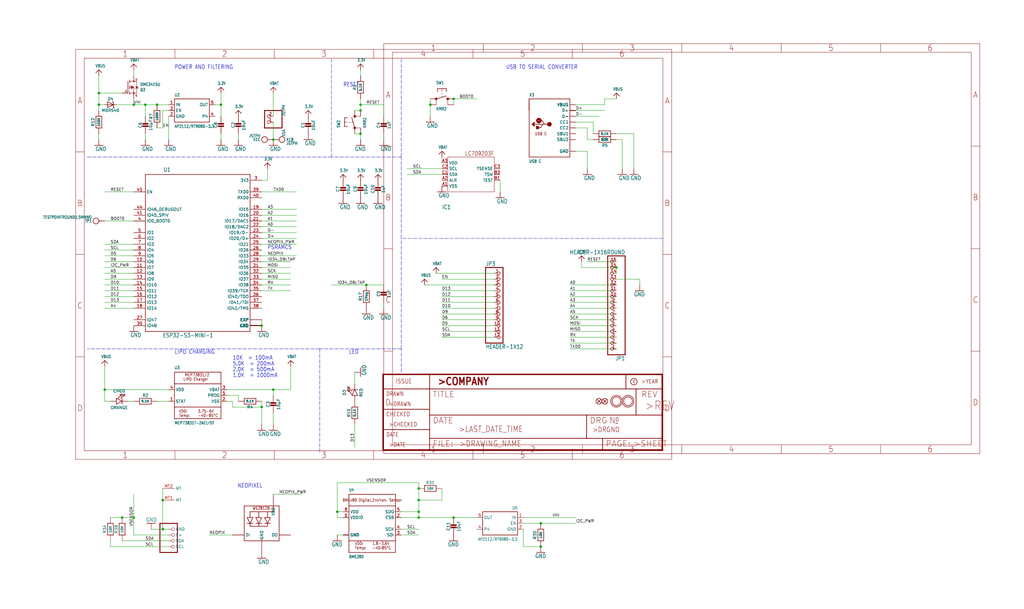
<source format=kicad_sch>
(kicad_sch (version 20211123) (generator eeschema)
  (paper "User" 447.269 265.938)
  (junction (at 114.3 177.8))
  (junction (at 71.12 231.14))
  (junction (at 198.12 43.18))
  (junction (at 157.48 58.42))
  (junction (at 71.12 218.44))
  (junction (at 119.38 60.96))
  (junction (at 43.18 45.72))
  (junction (at 58.42 45.72))
  (junction (at 182.88 218.44))
  (junction (at 160.02 124.46))
  (junction (at 236.22 238.76))
  (junction (at 119.38 170.18))
  (junction (at 182.88 223.52))
  (junction (at 43.18 40.64))
  (junction (at 182.88 213.36))
  (junction (at 58.42 226.06))
  (junction (at 182.88 226.06))
  (junction (at 236.22 228.6))
  (junction (at 157.48 45.72))
  (junction (at 157.48 48.26))
  (junction (at 45.72 170.18))
  (junction (at 147.32 223.52))
  (junction (at 53.34 226.06))
  (junction (at 269.24 116.84))
  (junction (at 187.96 45.72))
  (junction (at 114.3 142.24))
  (junction (at 96.52 45.72))
  (junction (at 68.58 45.72))
  (junction (at 198.12 226.06))
  (junction (at 63.5 45.72))
  (wire (pts (xy 182.88 213.36) (xy 182.88 218.44)))
  (wire (pts (xy 193.04 139.7) (xy 215.9 139.7)))
  (wire (pts (xy 154.94 185.42) (xy 154.94 195.58)))
  (wire (pts (xy 96.52 45.72) (xy 96.52 40.64)))
  (wire (pts (xy 254 114.3) (xy 254 116.84)))
  (wire (pts (xy 45.72 160.02) (xy 45.72 170.18)))
  (wire (pts (xy 256.54 66.04) (xy 251.46 66.04)))
  (polyline (pts (xy 175.26 152.4) (xy 175.26 104.14)))
  (wire (pts (xy 215.9 142.24) (xy 193.04 142.24)))
  (wire (pts (xy 58.42 121.92) (xy 45.72 121.92)))
  (wire (pts (xy 167.64 124.46) (xy 160.02 124.46)))
  (wire (pts (xy 73.66 45.72) (xy 68.58 45.72)))
  (wire (pts (xy 269.24 58.42) (xy 276.86 58.42)))
  (wire (pts (xy 114.3 119.38) (xy 127 119.38)))
  (wire (pts (xy 269.24 142.24) (xy 248.92 142.24)))
  (wire (pts (xy 215.9 144.78) (xy 193.04 144.78)))
  (wire (pts (xy 68.58 55.88) (xy 71.12 55.88)))
  (wire (pts (xy 104.14 58.42) (xy 104.14 60.96)))
  (wire (pts (xy 149.86 223.52) (xy 147.32 223.52)))
  (polyline (pts (xy 139.7 152.4) (xy 38.1 152.4)))
  (wire (pts (xy 236.22 228.6) (xy 228.6 228.6)))
  (wire (pts (xy 114.3 96.52) (xy 129.54 96.52)))
  (wire (pts (xy 104.14 172.72) (xy 104.14 175.26)))
  (wire (pts (xy 58.42 116.84) (xy 45.72 116.84)))
  (wire (pts (xy 68.58 175.26) (xy 73.66 175.26)))
  (wire (pts (xy 119.38 215.9) (xy 132.08 215.9)))
  (wire (pts (xy 71.12 48.26) (xy 73.66 48.26)))
  (wire (pts (xy 58.42 226.06) (xy 58.42 215.9)))
  (wire (pts (xy 114.3 104.14) (xy 129.54 104.14)))
  (wire (pts (xy 114.3 111.76) (xy 129.54 111.76)))
  (wire (pts (xy 269.24 114.3) (xy 256.54 114.3)))
  (wire (pts (xy 198.12 43.18) (xy 208.28 43.18)))
  (wire (pts (xy 175.26 223.52) (xy 182.88 223.52)))
  (wire (pts (xy 193.04 73.66) (xy 177.8 73.66)))
  (wire (pts (xy 264.16 45.72) (xy 264.16 43.18)))
  (wire (pts (xy 167.64 50.8) (xy 167.64 45.72)))
  (wire (pts (xy 256.54 66.04) (xy 256.54 73.66)))
  (wire (pts (xy 43.18 48.26) (xy 43.18 45.72)))
  (wire (pts (xy 187.96 45.72) (xy 187.96 50.8)))
  (wire (pts (xy 58.42 132.08) (xy 45.72 132.08)))
  (polyline (pts (xy 175.26 162.56) (xy 175.26 152.4)))
  (wire (pts (xy 43.18 40.64) (xy 43.18 33.02)))
  (polyline (pts (xy 175.26 104.14) (xy 175.26 68.58)))
  (wire (pts (xy 114.3 83.82) (xy 129.54 83.82)))
  (wire (pts (xy 251.46 55.88) (xy 256.54 55.88)))
  (wire (pts (xy 71.12 213.36) (xy 71.12 218.44)))
  (wire (pts (xy 193.04 213.36) (xy 193.04 218.44)))
  (wire (pts (xy 71.12 231.14) (xy 73.66 231.14)))
  (wire (pts (xy 228.6 238.76) (xy 236.22 238.76)))
  (wire (pts (xy 101.6 175.26) (xy 101.6 177.8)))
  (wire (pts (xy 127 160.02) (xy 127 170.18)))
  (polyline (pts (xy 175.26 68.58) (xy 144.78 68.58)))
  (wire (pts (xy 71.12 55.88) (xy 71.12 48.26)))
  (wire (pts (xy 58.42 109.22) (xy 45.72 109.22)))
  (wire (pts (xy 215.9 132.08) (xy 193.04 132.08)))
  (wire (pts (xy 160.02 124.46) (xy 144.78 124.46)))
  (wire (pts (xy 58.42 119.38) (xy 45.72 119.38)))
  (wire (pts (xy 208.28 226.06) (xy 198.12 226.06)))
  (wire (pts (xy 119.38 170.18) (xy 127 170.18)))
  (wire (pts (xy 50.8 45.72) (xy 58.42 45.72)))
  (wire (pts (xy 248.92 132.08) (xy 269.24 132.08)))
  (wire (pts (xy 96.52 50.8) (xy 96.52 45.72)))
  (wire (pts (xy 215.9 127) (xy 193.04 127)))
  (wire (pts (xy 269.24 139.7) (xy 248.92 139.7)))
  (wire (pts (xy 114.3 78.74) (xy 116.84 78.74)))
  (wire (pts (xy 251.46 226.06) (xy 228.6 226.06)))
  (wire (pts (xy 58.42 83.82) (xy 45.72 83.82)))
  (wire (pts (xy 101.6 177.8) (xy 114.3 177.8)))
  (wire (pts (xy 48.26 175.26) (xy 45.72 175.26)))
  (wire (pts (xy 175.26 233.68) (xy 182.88 233.68)))
  (wire (pts (xy 114.3 175.26) (xy 114.3 177.8)))
  (polyline (pts (xy 175.26 68.58) (xy 175.26 25.4)))
  (wire (pts (xy 271.78 60.96) (xy 271.78 73.66)))
  (wire (pts (xy 276.86 58.42) (xy 276.86 73.66)))
  (wire (pts (xy 251.46 53.34) (xy 259.08 53.34)))
  (wire (pts (xy 43.18 45.72) (xy 43.18 40.64)))
  (wire (pts (xy 228.6 231.14) (xy 228.6 238.76)))
  (wire (pts (xy 114.3 106.68) (xy 129.54 106.68)))
  (wire (pts (xy 167.64 60.96) (xy 167.64 58.42)))
  (wire (pts (xy 93.98 45.72) (xy 96.52 45.72)))
  (wire (pts (xy 157.48 58.42) (xy 157.48 60.96)))
  (wire (pts (xy 68.58 45.72) (xy 63.5 45.72)))
  (wire (pts (xy 256.54 60.96) (xy 259.08 60.96)))
  (polyline (pts (xy 139.7 152.4) (xy 139.7 198.12)))
  (polyline (pts (xy 144.78 68.58) (xy 144.78 25.4)))
  (wire (pts (xy 73.66 236.22) (xy 53.34 236.22)))
  (wire (pts (xy 187.96 43.18) (xy 187.96 45.72)))
  (wire (pts (xy 193.04 218.44) (xy 182.88 218.44)))
  (wire (pts (xy 193.04 129.54) (xy 215.9 129.54)))
  (wire (pts (xy 259.08 53.34) (xy 259.08 58.42)))
  (wire (pts (xy 248.92 144.78) (xy 269.24 144.78)))
  (wire (pts (xy 114.3 177.8) (xy 114.3 185.42)))
  (wire (pts (xy 154.94 167.64) (xy 154.94 162.56)))
  (wire (pts (xy 48.26 238.76) (xy 48.26 236.22)))
  (wire (pts (xy 96.52 58.42) (xy 96.52 60.96)))
  (polyline (pts (xy 38.1 68.58) (xy 144.78 68.58)))
  (wire (pts (xy 53.34 226.06) (xy 58.42 226.06)))
  (wire (pts (xy 198.12 43.18) (xy 198.12 45.72)))
  (wire (pts (xy 182.88 210.82) (xy 182.88 213.36)))
  (wire (pts (xy 114.3 99.06) (xy 129.54 99.06)))
  (wire (pts (xy 101.6 233.68) (xy 91.44 233.68)))
  (wire (pts (xy 114.3 93.98) (xy 129.54 93.98)))
  (wire (pts (xy 55.88 175.26) (xy 58.42 175.26)))
  (wire (pts (xy 45.72 114.3) (xy 58.42 114.3)))
  (wire (pts (xy 167.64 134.62) (xy 167.64 132.08)))
  (wire (pts (xy 45.72 175.26) (xy 45.72 170.18)))
  (wire (pts (xy 182.88 218.44) (xy 182.88 223.52)))
  (wire (pts (xy 114.3 121.92) (xy 127 121.92)))
  (wire (pts (xy 99.06 170.18) (xy 119.38 170.18)))
  (wire (pts (xy 58.42 233.68) (xy 73.66 233.68)))
  (wire (pts (xy 149.86 226.06) (xy 147.32 226.06)))
  (wire (pts (xy 73.66 238.76) (xy 48.26 238.76)))
  (polyline (pts (xy 175.26 152.4) (xy 139.7 152.4)))
  (wire (pts (xy 177.8 76.2) (xy 193.04 76.2)))
  (wire (pts (xy 45.72 106.68) (xy 58.42 106.68)))
  (wire (pts (xy 269.24 134.62) (xy 248.92 134.62)))
  (wire (pts (xy 269.24 60.96) (xy 271.78 60.96)))
  (wire (pts (xy 279.4 121.92) (xy 279.4 124.46)))
  (wire (pts (xy 99.06 175.26) (xy 101.6 175.26)))
  (wire (pts (xy 269.24 147.32) (xy 248.92 147.32)))
  (wire (pts (xy 147.32 226.06) (xy 147.32 223.52)))
  (wire (pts (xy 58.42 134.62) (xy 45.72 134.62)))
  (wire (pts (xy 251.46 48.26) (xy 264.16 48.26)))
  (wire (pts (xy 71.12 218.44) (xy 71.12 231.14)))
  (wire (pts (xy 58.42 233.68) (xy 58.42 226.06)))
  (wire (pts (xy 182.88 226.06) (xy 198.12 226.06)))
  (wire (pts (xy 114.3 91.44) (xy 129.54 91.44)))
  (wire (pts (xy 63.5 58.42) (xy 63.5 60.96)))
  (wire (pts (xy 269.24 121.92) (xy 279.4 121.92)))
  (wire (pts (xy 71.12 231.14) (xy 66.04 231.14)))
  (wire (pts (xy 157.48 45.72) (xy 167.64 45.72)))
  (wire (pts (xy 147.32 223.52) (xy 147.32 210.82)))
  (wire (pts (xy 157.48 48.26) (xy 154.94 48.26)))
  (wire (pts (xy 99.06 172.72) (xy 104.14 172.72)))
  (wire (pts (xy 45.72 129.54) (xy 58.42 129.54)))
  (wire (pts (xy 119.38 60.96) (xy 119.38 53.34)))
  (wire (pts (xy 48.26 226.06) (xy 53.34 226.06)))
  (wire (pts (xy 269.24 127) (xy 248.92 127)))
  (wire (pts (xy 193.04 121.92) (xy 215.9 121.92)))
  (wire (pts (xy 45.72 124.46) (xy 58.42 124.46)))
  (wire (pts (xy 248.92 149.86) (xy 269.24 149.86)))
  (wire (pts (xy 175.26 231.14) (xy 182.88 231.14)))
  (wire (pts (xy 53.34 40.64) (xy 43.18 40.64)))
  (wire (pts (xy 73.66 50.8) (xy 73.66 60.96)))
  (wire (pts (xy 58.42 96.52) (xy 45.72 96.52)))
  (wire (pts (xy 193.04 137.16) (xy 215.9 137.16)))
  (wire (pts (xy 157.48 45.72) (xy 157.48 48.26)))
  (wire (pts (xy 157.48 43.18) (xy 157.48 45.72)))
  (wire (pts (xy 218.44 83.82) (xy 218.44 78.74)))
  (wire (pts (xy 147.32 233.68) (xy 149.86 233.68)))
  (wire (pts (xy 193.04 147.32) (xy 215.9 147.32)))
  (wire (pts (xy 264.16 43.18) (xy 269.24 43.18)))
  (wire (pts (xy 45.72 170.18) (xy 73.66 170.18)))
  (wire (pts (xy 58.42 45.72) (xy 63.5 45.72)))
  (wire (pts (xy 45.72 45.72) (xy 43.18 45.72)))
  (wire (pts (xy 114.3 101.6) (xy 129.54 101.6)))
  (wire (pts (xy 251.46 50.8) (xy 261.62 50.8)))
  (wire (pts (xy 269.24 119.38) (xy 269.24 116.84)))
  (wire (pts (xy 190.5 119.38) (xy 215.9 119.38)))
  (wire (pts (xy 58.42 127) (xy 45.72 127)))
  (wire (pts (xy 43.18 60.96) (xy 43.18 58.42)))
  (wire (pts (xy 119.38 40.64) (xy 119.38 50.8)))
  (wire (pts (xy 58.42 111.76) (xy 45.72 111.76)))
  (wire (pts (xy 256.54 55.88) (xy 256.54 60.96)))
  (wire (pts (xy 269.24 137.16) (xy 248.92 137.16)))
  (wire (pts (xy 251.46 45.72) (xy 264.16 45.72)))
  (wire (pts (xy 119.38 180.34) (xy 119.38 185.42)))
  (wire (pts (xy 116.84 78.74) (xy 116.84 73.66)))
  (wire (pts (xy 215.9 124.46) (xy 185.42 124.46)))
  (wire (pts (xy 114.3 116.84) (xy 127 116.84)))
  (wire (pts (xy 236.22 228.6) (xy 251.46 228.6)))
  (wire (pts (xy 182.88 223.52) (xy 182.88 226.06)))
  (wire (pts (xy 269.24 124.46) (xy 248.92 124.46)))
  (wire (pts (xy 127 127) (xy 114.3 127)))
  (wire (pts (xy 193.04 134.62) (xy 215.9 134.62)))
  (wire (pts (xy 114.3 124.46) (xy 127 124.46)))
  (wire (pts (xy 58.42 30.48) (xy 58.42 33.02)))
  (wire (pts (xy 147.32 210.82) (xy 182.88 210.82)))
  (wire (pts (xy 114.3 114.3) (xy 127 114.3)))
  (wire (pts (xy 269.24 129.54) (xy 248.92 129.54)))
  (wire (pts (xy 114.3 139.7) (xy 114.3 142.24)))
  (wire (pts (xy 63.5 45.72) (xy 63.5 50.8)))
  (wire (pts (xy 193.04 68.58) (xy 193.04 71.12)))
  (wire (pts (xy 254 116.84) (xy 269.24 116.84)))
  (wire (pts (xy 119.38 172.72) (xy 119.38 170.18)))
  (wire (pts (xy 175.26 226.06) (xy 182.88 226.06)))
  (wire (pts (xy 58.42 43.18) (xy 58.42 45.72)))
  (polyline (pts (xy 289.56 104.14) (xy 175.26 104.14)))
  (wire (pts (xy 269.24 152.4) (xy 248.92 152.4)))
  (wire (pts (xy 157.48 30.48) (xy 157.48 33.02)))
  (wire (pts (xy 154.94 58.42) (xy 157.48 58.42)))
  (text "POWER AND FILTERING" (at 76.2 30.48 180) (effects (font (size 1.778 1.5113)) (justify left bottom)))
  (text "2.0K  = 500mA" (at 101.6 162.56 180) (effects (font (size 1.778 1.5113)) (justify left bottom)))
  (text "NEOPIXEL" (at 109.22 213.36 180) (effects (font (size 1.778 1.5113)) (justify bottom)))
  (text "RESET" (at 149.86 38.1 180) (effects (font (size 1.778 1.5113)) (justify left bottom)))
  (text "LIPO CHARGING" (at 76.2 154.94 180) (effects (font (size 1.778 1.5113)) (justify left bottom)))
  (text "5.0K  = 200mA" (at 101.6 160.02 180) (effects (font (size 1.778 1.5113)) (justify left bottom)))
  (text "10K  = 100mA" (at 101.6 157.48 180) (effects (font (size 1.778 1.5113)) (justify left bottom)))
  (text "1.0K  = 1000mA" (at 101.6 165.1 180) (effects (font (size 1.778 1.5113)) (justify left bottom)))
  (text "PSRAMCS" (at 116.84 109.22 180) (effects (font (size 1.778 1.5113)) (justify left bottom)))
  (text "LED" (at 152.4 154.94 180) (effects (font (size 1.778 1.5113)) (justify left bottom)))
  (text "USB TO SERIAL CONVERTER" (at 220.98 30.48 180) (effects (font (size 1.778 1.5113)) (justify left bottom)))
  (label "SDA" (at 180.34 76.2 0) (effects (font (size 1.2446 1.2446))))
  (label "IO34_DBLTAP" (at 147.32 124.46 0) (effects (font (size 1.2446 1.2446))))
  (label "MISO" (at 116.84 121.92 0) (effects (font (size 1.2446 1.2446))))
  (label "BOOT0" (at 200.66 43.18 0) (effects (font (size 1.2446 1.2446))))
  (label "A5" (at 248.92 137.16 0) (effects (font (size 1.2446 1.2446))))
  (label "NEOPIX_PWR" (at 116.84 106.68 0) (effects (font (size 1.2446 1.2446))))
  (label "A2" (at 248.92 129.54 0) (effects (font (size 1.2446 1.2446))))
  (label "D9" (at 193.04 137.16 0) (effects (font (size 1.2446 1.2446))))
  (label "VSENSOR" (at 58.42 229.87 90) (effects (font (size 1.2446 1.2446))))
  (label "D12" (at 48.26 129.54 0) (effects (font (size 1.2446 1.2446))))
  (label "A3" (at 116.84 91.44 0) (effects (font (size 1.2446 1.2446))))
  (label "BOOT0" (at 48.26 96.52 0) (effects (font (size 1.2446 1.2446))))
  (label "D5" (at 193.04 142.24 0) (effects (font (size 1.2446 1.2446))))
  (label "I2C_PWR" (at 48.26 116.84 0) (effects (font (size 1.2446 1.2446))))
  (label "D5" (at 48.26 111.76 0) (effects (font (size 1.2446 1.2446))))
  (label "D-" (at 116.84 101.6 0) (effects (font (size 1.2446 1.2446))))
  (label "D6" (at 48.26 114.3 0) (effects (font (size 1.2446 1.2446))))
  (label "TX" (at 248.92 149.86 0) (effects (font (size 1.2446 1.2446))))
  (label "MISO" (at 248.92 144.78 0) (effects (font (size 1.2446 1.2446))))
  (label "RESET" (at 48.26 83.82 0) (effects (font (size 1.2446 1.2446))))
  (label "D10" (at 193.04 134.62 0) (effects (font (size 1.2446 1.2446))))
  (label "RESET" (at 256.54 114.3 0) (effects (font (size 1.2446 1.2446))))
  (label "RESET" (at 160.02 45.72 0) (effects (font (size 1.2446 1.2446))))
  (label "D6" (at 193.04 139.7 0) (effects (font (size 1.2446 1.2446))))
  (label "D+" (at 116.84 104.14 0) (effects (font (size 1.2446 1.2446))))
  (label "SDA" (at 48.26 106.68 0) (effects (font (size 1.2446 1.2446))))
  (label "A2" (at 116.84 93.98 0) (effects (font (size 1.2446 1.2446))))
  (label "D11" (at 48.26 127 0) (effects (font (size 1.2446 1.2446))))
  (label "SDA" (at 177.8 233.68 0) (effects (font (size 1.2446 1.2446))))
  (label "D13" (at 48.26 132.08 0) (effects (font (size 1.2446 1.2446))))
  (label "SCL" (at 177.8 231.14 0) (effects (font (size 1.2446 1.2446))))
  (label "NEOPIX" (at 116.84 111.76 0) (effects (font (size 1.2446 1.2446))))
  (label "A1" (at 248.92 127 0) (effects (font (size 1.2446 1.2446))))
  (label "NEOPIX_PWR" (at 121.92 215.9 0) (effects (font (size 1.2446 1.2446))))
  (label "TXD0" (at 119.38 83.82 0) (effects (font (size 1.2446 1.2446))))
  (label "VSENSOR" (at 160.02 210.82 0) (effects (font (size 1.2446 1.2446))))
  (label "SDA" (at 63.5 236.22 0) (effects (font (size 1.2446 1.2446))))
  (label "D+" (at 251.46 48.26 0) (effects (font (size 1.2446 1.2446))))
  (label "IO34_DBLTAP" (at 116.84 114.3 0) (effects (font (size 1.2446 1.2446))))
  (label "RX" (at 248.92 147.32 0) (effects (font (size 1.2446 1.2446))))
  (label "SCL" (at 193.04 144.78 0) (effects (font (size 1.2446 1.2446))))
  (label "SCK" (at 248.92 139.7 0) (effects (font (size 1.2446 1.2446))))
  (label "A5" (at 48.26 119.38 0) (effects (font (size 1.2446 1.2446))))
  (label "VHI" (at 241.3 226.06 0) (effects (font (size 1.2446 1.2446))))
  (label "A4" (at 48.26 134.62 0) (effects (font (size 1.2446 1.2446))))
  (label "NEOPIX" (at 91.44 233.68 0) (effects (font (size 1.2446 1.2446))))
  (label "A1" (at 116.84 96.52 0) (effects (font (size 1.2446 1.2446))))
  (label "TX" (at 116.84 127 0) (effects (font (size 1.2446 1.2446))))
  (label "SCL" (at 180.34 73.66 0) (effects (font (size 1.2446 1.2446))))
  (label "D9" (at 48.26 121.92 0) (effects (font (size 1.2446 1.2446))))
  (label "RX" (at 116.84 124.46 0) (effects (font (size 1.2446 1.2446))))
  (label "TXD0" (at 248.92 152.4 0) (effects (font (size 1.2446 1.2446))))
  (label "D12" (at 193.04 129.54 0) (effects (font (size 1.2446 1.2446))))
  (label "MOSI" (at 116.84 116.84 0) (effects (font (size 1.2446 1.2446))))
  (label "D11" (at 193.04 132.08 0) (effects (font (size 1.2446 1.2446))))
  (label "A0" (at 116.84 99.06 0) (effects (font (size 1.2446 1.2446))))
  (label "VHI" (at 58.42 45.72 0) (effects (font (size 1.2446 1.2446))))
  (label "MOSI" (at 248.92 142.24 0) (effects (font (size 1.2446 1.2446))))
  (label "D13" (at 193.04 127 0) (effects (font (size 1.2446 1.2446))))
  (label "SCK" (at 116.84 119.38 0) (effects (font (size 1.2446 1.2446))))
  (label "A4" (at 248.92 134.62 0) (effects (font (size 1.2446 1.2446))))
  (label "A3" (at 248.92 132.08 0) (effects (font (size 1.2446 1.2446))))
  (label "EN" (at 193.04 121.92 0) (effects (font (size 1.2446 1.2446))))
  (label "D13" (at 154.94 193.04 90) (effects (font (size 1.2446 1.2446))))
  (label "D10" (at 48.26 124.46 0) (effects (font (size 1.2446 1.2446))))
  (label "I2C_PWR" (at 251.46 228.6 0) (effects (font (size 1.2446 1.2446))))
  (label "SCL" (at 48.26 109.22 0) (effects (font (size 1.2446 1.2446))))
  (label "A0" (at 248.92 124.46 0) (effects (font (size 1.2446 1.2446))))
  (label "SDA" (at 193.04 147.32 0) (effects (font (size 1.2446 1.2446))))
  (label "EN" (at 71.12 55.88 0) (effects (font (size 1.2446 1.2446))))
  (label "SCL" (at 63.5 238.76 0) (effects (font (size 1.2446 1.2446))))
  (label "D-" (at 251.46 50.8 0) (effects (font (size 1.2446 1.2446))))
  (symbol (lib_id "eagleSchem-eagle-import:WS2812B_SK6805_1515") (at 114.3 231.14 0) (unit 1)
    (property "Reference" "LED1" (effects hide))
    (property "Value" "WS2812B_SK6805_1515" (effects hide))
    (property "Footprint" "eagleSchem:SK6805_1515" (effects hide))
  )
  (symbol (lib_id "eagleSchem-eagle-import:GND") (at 167.64 137.16 0) (unit 1)
    (property "Reference" "#U$40" (effects hide))
    (property "Value" "GND" (at 166.116 139.7 0) (effects (font (size 1.778 1.5113)) (justify left bottom)))
    (property "Footprint" "eagleSchem:" (effects hide))
  )
  (symbol (lib_id "eagleSchem-eagle-import:LED0603_NOOUTLINE") (at 53.34 175.26 0) (unit 1)
    (property "Reference" "CHG0" (at 52.07 170.815 0))
    (property "Value" "ORANGE" (at 52.07 178.054 0))
    (property "Footprint" "eagleSchem:CHIPLED_0603_NOOUTLINE" (effects hide))
  )
  (symbol (lib_id "eagleSchem-eagle-import:GND") (at 165.1 88.9 0) (unit 1)
    (property "Reference" "#U$47" (effects hide))
    (property "Value" "GND" (at 163.576 91.44 0) (effects (font (size 1.778 1.5113)) (justify left bottom)))
    (property "Footprint" "eagleSchem:" (effects hide))
  )
  (symbol (lib_id "eagleSchem-eagle-import:CAP_CERAMIC0805-NOOUTLINE") (at 119.38 177.8 0) (unit 1)
    (property "Reference" "C3" (at 117.09 176.55 90))
    (property "Value" "10µF" (at 121.68 176.55 90))
    (property "Footprint" "eagleSchem:0805-NO" (effects hide))
  )
  (symbol (lib_id "eagleSchem-eagle-import:MCP73831{slash}2") (at 86.36 172.72 0) (unit 1)
    (property "Reference" "U3" (at 76.2 161.29 0) (effects (font (size 1.27 1.0795)) (justify left bottom)))
    (property "Value" "MCP73831T-2ACI/OT" (at 76.2 185.42 0) (effects (font (size 1.27 1.0795)) (justify left bottom)))
    (property "Footprint" "eagleSchem:SOT23-5" (effects hide))
  )
  (symbol (lib_id "eagleSchem-eagle-import:CAP_CERAMIC0805-NOOUTLINE") (at 104.14 55.88 0) (unit 1)
    (property "Reference" "C2" (at 101.85 54.63 90))
    (property "Value" "10uF" (at 106.44 54.63 90))
    (property "Footprint" "eagleSchem:0805-NO" (effects hide))
  )
  (symbol (lib_id "eagleSchem-eagle-import:GND") (at 43.18 63.5 0) (unit 1)
    (property "Reference" "#U$25" (effects hide))
    (property "Value" "GND" (at 41.656 66.04 0) (effects (font (size 1.778 1.5113)) (justify left bottom)))
    (property "Footprint" "eagleSchem:" (effects hide))
  )
  (symbol (lib_id "eagleSchem-eagle-import:TESTPOINTROUND1.5MMNO") (at 45.72 96.52 90) (unit 1)
    (property "Reference" "TP1" (at 40.132 96.52 90) (effects (font (size 1.27 1.0795)) (justify left)))
    (property "Value" "TESTPOINTROUND1.5MMNO" (at 40.132 94.869 90) (effects (font (size 1.27 1.0795)) (justify left)))
    (property "Footprint" "eagleSchem:TESTPOINT_ROUND_1.5MM_NO" (effects hide))
  )
  (symbol (lib_id "eagleSchem-eagle-import:VBUS") (at 185.42 121.92 0) (unit 1)
    (property "Reference" "#U$19" (effects hide))
    (property "Value" "VBUS" (at 183.896 120.904 0) (effects (font (size 1.27 1.0795)) (justify left bottom)))
    (property "Footprint" "eagleSchem:" (effects hide))
  )
  (symbol (lib_id "eagleSchem-eagle-import:CAP_CERAMIC0805-NOOUTLINE") (at 134.62 55.88 0) (unit 1)
    (property "Reference" "C1" (at 132.33 54.63 90))
    (property "Value" "10uF" (at 136.92 54.63 90))
    (property "Footprint" "eagleSchem:0805-NO" (effects hide))
  )
  (symbol (lib_id "eagleSchem-eagle-import:GND") (at 58.42 144.78 0) (unit 1)
    (property "Reference" "#U$7" (effects hide))
    (property "Value" "GND" (at 56.896 147.32 0) (effects (font (size 1.778 1.5113)) (justify left bottom)))
    (property "Footprint" "eagleSchem:" (effects hide))
  )
  (symbol (lib_id "eagleSchem-eagle-import:CAP_CERAMIC0603_NO") (at 167.64 55.88 0) (unit 1)
    (property "Reference" "C4" (at 165.35 54.63 90))
    (property "Value" "1uF" (at 169.94 54.63 90))
    (property "Footprint" "eagleSchem:0603-NO" (effects hide))
  )
  (symbol (lib_id "eagleSchem-eagle-import:CON_JST_PH_2PIN_MT_BATT") (at 119.38 60.96 90) (unit 3)
    (property "Reference" "X1" (at 113.792 60.96 90) (effects (font (size 1.27 1.0795)) (justify left)))
    (property "Value" "JSTPH" (at 113.792 59.309 90) (effects (font (size 1.27 1.0795)) (justify left)))
    (property "Footprint" "eagleSchem:JSTPH2_BATT" (effects hide))
  )
  (symbol (lib_id "eagleSchem-eagle-import:FRAME_A4") (at 33.02 200.66 0) (unit 1)
    (property "Reference" "#FRAME1" (effects hide))
    (property "Value" "FRAME_A4" (effects hide))
    (property "Footprint" "eagleSchem:" (effects hide))
  )
  (symbol (lib_id "eagleSchem-eagle-import:GND") (at 104.14 63.5 0) (unit 1)
    (property "Reference" "#U$17" (effects hide))
    (property "Value" "GND" (at 102.616 66.04 0) (effects (font (size 1.778 1.5113)) (justify left bottom)))
    (property "Footprint" "eagleSchem:" (effects hide))
  )
  (symbol (lib_id "eagleSchem-eagle-import:ESP32-S3-MINI-1") (at 86.36 109.22 0) (unit 1)
    (property "Reference" "U1" (at 71.3241 75.0855 0) (effects (font (size 1.778 1.5113)) (justify left bottom)))
    (property "Value" "ESP32-S3-MINI-1" (at 71.0733 147.4281 0) (effects (font (size 1.778 1.5113)) (justify left bottom)))
    (property "Footprint" "eagleSchem:QFN60_ESP32-S2-MINI-1_EXP" (effects hide))
  )
  (symbol (lib_id "eagleSchem-eagle-import:CAP_CERAMIC0805-NOOUTLINE") (at 96.52 55.88 0) (unit 1)
    (property "Reference" "C8" (at 94.23 54.63 90))
    (property "Value" "10µF" (at 98.82 54.63 90))
    (property "Footprint" "eagleSchem:0805-NO" (effects hide))
    (property "Value" "10µF" (effects hide))
  )
  (symbol (lib_id "eagleSchem-eagle-import:3.3V") (at 157.48 76.2 0) (unit 1)
    (property "Reference" "#U$43" (effects hide))
    (property "Value" "3.3V" (at 155.956 75.184 0) (effects (font (size 1.27 1.0795)) (justify left bottom)))
    (property "Footprint" "eagleSchem:" (effects hide))
  )
  (symbol (lib_id "eagleSchem-eagle-import:RESISTOR_0603_NOOUT") (at 63.5 175.26 0) (unit 1)
    (property "Reference" "R2" (at 63.5 172.72 0))
    (property "Value" "5.1K" (at 63.5 175.26 0) (effects (font (size 1.016 1.016) bold)))
    (property "Footprint" "eagleSchem:0603-NO" (effects hide))
  )
  (symbol (lib_id "eagleSchem-eagle-import:STEMMA_I2C_QTRA") (at 71.12 218.44 0) (unit 2)
    (property "Reference" "CONN1" (effects hide))
    (property "Value" "JST SH" (effects hide))
    (property "Footprint" "eagleSchem:JST_SH4_RA" (effects hide))
  )
  (symbol (lib_id "eagleSchem-eagle-import:CAP_CERAMIC0805-NOOUTLINE") (at 63.5 55.88 0) (unit 1)
    (property "Reference" "C6" (at 61.21 54.63 90))
    (property "Value" "10µF" (at 65.8 54.63 90))
    (property "Footprint" "eagleSchem:0805-NO" (effects hide))
  )
  (symbol (lib_id "eagleSchem-eagle-import:FIDUCIAL_1MM") (at 264.16 175.26 0) (unit 1)
    (property "Reference" "U$34" (effects hide))
    (property "Value" "FIDUCIAL_1MM" (effects hide))
    (property "Footprint" "eagleSchem:FIDUCIAL_1MM" (effects hide))
  )
  (symbol (lib_id "eagleSchem-eagle-import:GND") (at 114.3 187.96 0) (unit 1)
    (property "Reference" "#U$36" (effects hide))
    (property "Value" "GND" (at 112.776 190.5 0) (effects (font (size 1.778 1.5113)) (justify left bottom)))
    (property "Footprint" "eagleSchem:" (effects hide))
  )
  (symbol (lib_id "eagleSchem-eagle-import:STEMMA_I2C_QTRA") (at 73.66 236.22 0) (unit 1)
    (property "Reference" "CONN1" (effects hide))
    (property "Value" "JST SH" (effects hide))
    (property "Footprint" "eagleSchem:JST_SH4_RA" (effects hide))
  )
  (symbol (lib_id "eagleSchem-eagle-import:CAP_CERAMIC0805-NOOUTLINE") (at 157.48 83.82 0) (unit 1)
    (property "Reference" "C9" (at 155.19 82.57 90))
    (property "Value" "10uF" (at 159.78 82.57 90))
    (property "Footprint" "eagleSchem:0805-NO" (effects hide))
  )
  (symbol (lib_id "eagleSchem-eagle-import:3.3V") (at 96.52 38.1 0) (unit 1)
    (property "Reference" "#U$10" (effects hide))
    (property "Value" "3.3V" (at 94.996 37.084 0) (effects (font (size 1.27 1.0795)) (justify left bottom)))
    (property "Footprint" "eagleSchem:" (effects hide))
  )
  (symbol (lib_id "eagleSchem-eagle-import:DIODE-SCHOTTKYSOD-123") (at 48.26 45.72 0) (unit 1)
    (property "Reference" "D4" (at 48.26 43.18 0))
    (property "Value" "MBR540" (at 48.26 48.22 0))
    (property "Footprint" "eagleSchem:SOD-123" (effects hide))
  )
  (symbol (lib_id "eagleSchem-eagle-import:CAP_CERAMIC0603_NO") (at 165.1 83.82 0) (unit 1)
    (property "Reference" "C10" (at 162.81 82.57 90))
    (property "Value" "1uF" (at 167.4 82.57 90))
    (property "Footprint" "eagleSchem:0603-NO" (effects hide))
  )
  (symbol (lib_id "eagleSchem-eagle-import:HEADER-1X16ROUND") (at 266.7 134.62 180) (unit 1)
    (property "Reference" "JP1" (at 273.05 155.575 0) (effects (font (size 1.778 1.5113)) (justify left bottom)))
    (property "Value" "HEADER-1X16ROUND" (at 273.05 109.22 0) (effects (font (size 1.778 1.5113)) (justify left bottom)))
    (property "Footprint" "eagleSchem:1X16_ROUND" (effects hide))
  )
  (symbol (lib_id "eagleSchem-eagle-import:FRAME_A4") (at 167.64 198.12 0) (unit 2)
    (property "Reference" "#FRAME1" (effects hide))
    (property "Value" "FRAME_A4" (effects hide))
    (property "Footprint" "eagleSchem:" (effects hide))
  )
  (symbol (lib_id "eagleSchem-eagle-import:GND") (at 236.22 241.3 0) (unit 1)
    (property "Reference" "#GND5" (effects hide))
    (property "Value" "GND" (at 233.68 243.84 0) (effects (font (size 1.778 1.5113)) (justify left bottom)))
    (property "Footprint" "eagleSchem:" (effects hide))
  )
  (symbol (lib_id "eagleSchem-eagle-import:RESISTOR_0603_NOOUT") (at 157.48 38.1 90) (unit 1)
    (property "Reference" "R1" (at 154.94 38.1 0))
    (property "Value" "5.1K" (at 157.48 38.1 0) (effects (font (size 1.016 1.016) bold)))
    (property "Footprint" "eagleSchem:0603-NO" (effects hide))
  )
  (symbol (lib_id "eagleSchem-eagle-import:3.3V") (at 157.48 27.94 0) (unit 1)
    (property "Reference" "#U$5" (effects hide))
    (property "Value" "3.3V" (at 155.956 26.924 0) (effects (font (size 1.27 1.0795)) (justify left bottom)))
    (property "Footprint" "eagleSchem:" (effects hide))
  )
  (symbol (lib_id "eagleSchem-eagle-import:GND") (at 198.12 236.22 0) (unit 1)
    (property "Reference" "#GND3" (effects hide))
    (property "Value" "GND" (at 195.58 238.76 0) (effects (font (size 1.778 1.5113)) (justify left bottom)))
    (property "Footprint" "eagleSchem:" (effects hide))
  )
  (symbol (lib_id "eagleSchem-eagle-import:GND") (at 119.38 187.96 0) (unit 1)
    (property "Reference" "#U$33" (effects hide))
    (property "Value" "GND" (at 117.856 190.5 0) (effects (font (size 1.778 1.5113)) (justify left bottom)))
    (property "Footprint" "eagleSchem:" (effects hide))
  )
  (symbol (lib_id "eagleSchem-eagle-import:GND") (at 114.3 243.84 0) (unit 1)
    (property "Reference" "#U$13" (effects hide))
    (property "Value" "GND" (at 112.776 246.38 0) (effects (font (size 1.778 1.5113)) (justify left bottom)))
    (property "Footprint" "eagleSchem:" (effects hide))
  )
  (symbol (lib_id "eagleSchem-eagle-import:BME280") (at 162.56 228.6 0) (unit 1)
    (property "Reference" "U4" (at 152.4 214.63 0) (effects (font (size 1.27 1.0795)) (justify left bottom)))
    (property "Value" "BME280" (at 152.4 243.84 0) (effects (font (size 1.27 1.0795)) (justify left bottom)))
    (property "Footprint" "eagleSchem:BME280" (effects hide))
  )
  (symbol (lib_id "eagleSchem-eagle-import:CAP_CERAMIC_0805MP") (at 198.12 231.14 0) (unit 1)
    (property "Reference" "C11" (at 195.83 229.89 90))
    (property "Value" "10uF" (at 200.42 229.89 90))
    (property "Footprint" "eagleSchem:_0805MP" (effects hide))
  )
  (symbol (lib_id "eagleSchem-eagle-import:GND") (at 66.04 228.6 180) (unit 1)
    (property "Reference" "#GND1" (effects hide))
    (property "Value" "GND" (at 68.58 226.06 0) (effects (font (size 1.778 1.5113)) (justify left bottom)))
    (property "Footprint" "eagleSchem:" (effects hide))
  )
  (symbol (lib_id "eagleSchem-eagle-import:RESISTOR_4PACK") (at 187.96 213.36 0) (unit 3)
    (property "Reference" "R3" (at 187.96 210.82 0))
    (property "Value" "10K" (at 187.96 213.36 0) (effects (font (size 1.016 1.016) bold)))
    (property "Footprint" "eagleSchem:RESPACK_4X0603" (effects hide))
  )
  (symbol (lib_id "eagleSchem-eagle-import:VBAT") (at 119.38 38.1 0) (unit 1)
    (property "Reference" "#U$16" (effects hide))
    (property "Value" "VBAT" (at 117.856 37.084 0) (effects (font (size 1.27 1.0795)) (justify left bottom)))
    (property "Footprint" "eagleSchem:" (effects hide))
  )
  (symbol (lib_id "eagleSchem-eagle-import:RESISTOR_4PACK") (at 48.26 231.14 90) (unit 1)
    (property "Reference" "R3" (at 45.72 231.14 0))
    (property "Value" "10K" (at 48.26 231.14 0) (effects (font (size 1.016 1.016) bold)))
    (property "Footprint" "eagleSchem:RESPACK_4X0603" (effects hide))
  )
  (symbol (lib_id "eagleSchem-eagle-import:VBAT") (at 193.04 66.04 0) (unit 1)
    (property "Reference" "#U$18" (effects hide))
    (property "Value" "VBAT" (at 191.516 65.024 0) (effects (font (size 1.27 1.0795)) (justify left bottom)))
    (property "Footprint" "eagleSchem:" (effects hide))
  )
  (symbol (lib_id "eagleSchem-eagle-import:VBUS") (at 269.24 40.64 0) (unit 1)
    (property "Reference" "#U$28" (effects hide))
    (property "Value" "VBUS" (at 267.716 39.624 0) (effects (font (size 1.27 1.0795)) (justify left bottom)))
    (property "Footprint" "eagleSchem:" (effects hide))
  )
  (symbol (lib_id "eagleSchem-eagle-import:3.3V") (at 134.62 48.26 0) (unit 1)
    (property "Reference" "#U$2" (effects hide))
    (property "Value" "3.3V" (at 133.096 47.244 0) (effects (font (size 1.27 1.0795)) (justify left bottom)))
    (property "Footprint" "eagleSchem:" (effects hide))
  )
  (symbol (lib_id "eagleSchem-eagle-import:RESISTOR_0603_NOOUT") (at 43.18 53.34 90) (unit 1)
    (property "Reference" "R12" (at 40.64 53.34 0))
    (property "Value" "100K" (at 43.18 53.34 0) (effects (font (size 1.016 1.016) bold)))
    (property "Footprint" "eagleSchem:0603-NO" (effects hide))
  )
  (symbol (lib_id "eagleSchem-eagle-import:VREG_SOT23-5") (at 218.44 228.6 0) (mirror y) (unit 1)
    (property "Reference" "U5" (at 226.06 222.504 0) (effects (font (size 1.27 1.0795)) (justify left bottom)))
    (property "Value" "AP2112/RT9080-3.3" (at 226.06 236.22 0) (effects (font (size 1.27 1.0795)) (justify left bottom)))
    (property "Footprint" "eagleSchem:SOT23-5" (effects hide))
  )
  (symbol (lib_id "eagleSchem-eagle-import:CON_JST_PH_2PIN_MT_BATT") (at 119.38 60.96 270) (unit 2)
    (property "Reference" "X1" (at 124.968 60.96 90) (effects (font (size 1.27 1.0795)) (justify left)))
    (property "Value" "JSTPH" (at 124.968 62.611 90) (effects (font (size 1.27 1.0795)) (justify left)))
    (property "Footprint" "eagleSchem:JSTPH2_BATT" (effects hide))
  )
  (symbol (lib_id "eagleSchem-eagle-import:STEMMA_I2C_QTRA") (at 71.12 213.36 0) (unit 3)
    (property "Reference" "CONN1" (effects hide))
    (property "Value" "JST SH" (effects hide))
    (property "Footprint" "eagleSchem:JST_SH4_RA" (effects hide))
  )
  (symbol (lib_id "eagleSchem-eagle-import:SWITCH_TACT_SMT4.6X2.8") (at 154.94 53.34 90) (unit 1)
    (property "Reference" "SW2" (at 148.59 55.88 0) (effects (font (size 1.27 1.0795)) (justify left bottom)))
    (property "Value" "KMR2" (at 160.02 55.88 0) (effects (font (size 1.27 1.0795)) (justify left bottom)))
    (property "Footprint" "eagleSchem:BTN_KMR2_4.6X2.8" (effects hide))
  )
  (symbol (lib_id "eagleSchem-eagle-import:GND") (at 167.64 63.5 0) (unit 1)
    (property "Reference" "#U$42" (effects hide))
    (property "Value" "GND" (at 166.116 66.04 0) (effects (font (size 1.778 1.5113)) (justify left bottom)))
    (property "Footprint" "eagleSchem:" (effects hide))
  )
  (symbol (lib_id "eagleSchem-eagle-import:VREG_SOT23-5") (at 83.82 48.26 0) (unit 1)
    (property "Reference" "U2" (at 76.2 42.164 0) (effects (font (size 1.27 1.0795)) (justify left bottom)))
    (property "Value" "AP2112/RT9080-3.3" (at 76.2 55.88 0) (effects (font (size 1.27 1.0795)) (justify left bottom)))
    (property "Footprint" "eagleSchem:SOT23-5" (effects hide))
  )
  (symbol (lib_id "eagleSchem-eagle-import:GND") (at 147.32 236.22 0) (unit 1)
    (property "Reference" "#GND2" (effects hide))
    (property "Value" "GND" (at 144.78 238.76 0) (effects (font (size 1.778 1.5113)) (justify left bottom)))
    (property "Footprint" "eagleSchem:" (effects hide))
  )
  (symbol (lib_id "eagleSchem-eagle-import:HEADER-1X12") (at 218.44 134.62 0) (unit 1)
    (property "Reference" "JP3" (at 212.09 116.205 0) (effects (font (size 1.778 1.5113)) (justify left bottom)))
    (property "Value" "HEADER-1X12" (at 212.09 152.4 0) (effects (font (size 1.778 1.5113)) (justify left bottom)))
    (property "Footprint" "eagleSchem:1X12_ROUND" (effects hide))
  )
  (symbol (lib_id "eagleSchem-eagle-import:GND") (at 134.62 60.96 0) (unit 1)
    (property "Reference" "#U$4" (effects hide))
    (property "Value" "GND" (at 133.096 63.5 0) (effects (font (size 1.778 1.5113)) (justify left bottom)))
    (property "Footprint" "eagleSchem:" (effects hide))
  )
  (symbol (lib_id "eagleSchem-eagle-import:GND") (at 218.44 86.36 0) (unit 1)
    (property "Reference" "#U$50" (effects hide))
    (property "Value" "GND" (at 216.916 88.9 0) (effects (font (size 1.778 1.5113)) (justify left bottom)))
    (property "Footprint" "eagleSchem:" (effects hide))
  )
  (symbol (lib_id "eagleSchem-eagle-import:MOUNTINGHOLE2.5") (at 274.32 175.26 0) (unit 1)
    (property "Reference" "U$32" (effects hide))
    (property "Value" "MOUNTINGHOLE2.5" (effects hide))
    (property "Footprint" "eagleSchem:MOUNTINGHOLE_2.5_PLATED" (effects hide))
  )
  (symbol (lib_id "eagleSchem-eagle-import:GND") (at 63.5 63.5 0) (unit 1)
    (property "Reference" "#U$27" (effects hide))
    (property "Value" "GND" (at 61.976 66.04 0) (effects (font (size 1.778 1.5113)) (justify left bottom)))
    (property "Footprint" "eagleSchem:" (effects hide))
  )
  (symbol (lib_id "eagleSchem-eagle-import:CON_JST_PH_2PIN_MT_BATT") (at 116.84 50.8 180) (unit 1)
    (property "Reference" "X1" (at 123.19 56.515 90) (effects (font (size 1.27 1.0795)) (justify left bottom)))
    (property "Value" "JSTPH" (at 123.19 45.72 90) (effects (font (size 1.27 1.0795)) (justify left bottom)))
    (property "Footprint" "eagleSchem:JSTPH2_BATT" (effects hide))
  )
  (symbol (lib_id "eagleSchem-eagle-import:GND") (at 157.48 63.5 0) (unit 1)
    (property "Reference" "#GND6" (effects hide))
    (property "Value" "GND" (at 154.94 66.04 0) (effects (font (size 1.778 1.5113)) (justify left bottom)))
    (property "Footprint" "eagleSchem:" (effects hide))
  )
  (symbol (lib_id "eagleSchem-eagle-import:RESISTOR_0603_NOOUT") (at 160.02 129.54 90) (unit 1)
    (property "Reference" "R17" (at 157.48 129.54 0))
    (property "Value" "1Meg" (at 160.02 129.54 0) (effects (font (size 1.016 1.016) bold)))
    (property "Footprint" "eagleSchem:0603-NO" (effects hide))
  )
  (symbol (lib_id "eagleSchem-eagle-import:GND") (at 149.86 88.9 0) (unit 1)
    (property "Reference" "#U$45" (effects hide))
    (property "Value" "GND" (at 148.336 91.44 0) (effects (font (size 1.778 1.5113)) (justify left bottom)))
    (property "Footprint" "eagleSchem:" (effects hide))
  )
  (symbol (lib_id "eagleSchem-eagle-import:GND") (at 187.96 53.34 0) (unit 1)
    (property "Reference" "#U$51" (effects hide))
    (property "Value" "GND" (at 186.436 55.88 0) (effects (font (size 1.778 1.5113)) (justify left bottom)))
    (property "Footprint" "eagleSchem:" (effects hide))
  )
  (symbol (lib_id "eagleSchem-eagle-import:RESISTOR_0603_NOOUT") (at 154.94 180.34 90) (unit 1)
    (property "Reference" "R10" (at 152.4 180.34 0))
    (property "Value" "5.1K" (at 154.94 180.34 0) (effects (font (size 1.016 1.016) bold)))
    (property "Footprint" "eagleSchem:0603-NO" (effects hide))
  )
  (symbol (lib_id "eagleSchem-eagle-import:GND") (at 119.38 63.5 0) (unit 1)
    (property "Reference" "#U$22" (effects hide))
    (property "Value" "GND" (at 117.856 66.04 0) (effects (font (size 1.778 1.5113)) (justify left bottom)))
    (property "Footprint" "eagleSchem:" (effects hide))
  )
  (symbol (lib_id "eagleSchem-eagle-import:GND") (at 114.3 144.78 0) (unit 1)
    (property "Reference" "#U$37" (effects hide))
    (property "Value" "GND" (at 112.776 147.32 0) (effects (font (size 1.778 1.5113)) (justify left bottom)))
    (property "Footprint" "eagleSchem:" (effects hide))
  )
  (symbol (lib_id "eagleSchem-eagle-import:GND") (at 96.52 63.5 0) (unit 1)
    (property "Reference" "#U$29" (effects hide))
    (property "Value" "GND" (at 94.996 66.04 0) (effects (font (size 1.778 1.5113)) (justify left bottom)))
    (property "Footprint" "eagleSchem:" (effects hide))
  )
  (symbol (lib_id "eagleSchem-eagle-import:MOUNTINGHOLE2.5") (at 269.24 175.26 0) (unit 1)
    (property "Reference" "U$31" (effects hide))
    (property "Value" "MOUNTINGHOLE2.5" (effects hide))
    (property "Footprint" "eagleSchem:MOUNTINGHOLE_2.5_PLATED" (effects hide))
  )
  (symbol (lib_id "eagleSchem-eagle-import:RESISTOR_0603_NOOUT") (at 264.16 58.42 180) (unit 1)
    (property "Reference" "R8" (at 264.16 60.96 0))
    (property "Value" "5.1K" (at 264.16 58.42 0) (effects (font (size 1.016 1.016) bold)))
    (property "Footprint" "eagleSchem:0603-NO" (effects hide))
  )
  (symbol (lib_id "eagleSchem-eagle-import:GND") (at 160.02 137.16 0) (unit 1)
    (property "Reference" "#U$26" (effects hide))
    (property "Value" "GND" (at 158.496 139.7 0) (effects (font (size 1.778 1.5113)) (justify left bottom)))
    (property "Footprint" "eagleSchem:" (effects hide))
  )
  (symbol (lib_id "eagleSchem-eagle-import:GND") (at 157.48 162.56 90) (unit 1)
    (property "Reference" "#U$8" (effects hide))
    (property "Value" "GND" (at 160.02 164.084 0) (effects (font (size 1.778 1.5113)) (justify left bottom)))
    (property "Footprint" "eagleSchem:" (effects hide))
  )
  (symbol (lib_id "eagleSchem-eagle-import:LED0603_NOOUTLINE") (at 154.94 170.18 90) (unit 1)
    (property "Reference" "D3" (at 150.495 171.45 0))
    (property "Value" "RED" (at 157.734 171.45 0))
    (property "Footprint" "eagleSchem:CHIPLED_0603_NOOUTLINE" (effects hide))
  )
  (symbol (lib_id "eagleSchem-eagle-import:VBUS") (at 45.72 157.48 0) (unit 1)
    (property "Reference" "#U$38" (effects hide))
    (property "Value" "VBUS" (at 44.196 156.464 0) (effects (font (size 1.27 1.0795)) (justify left bottom)))
    (property "Footprint" "eagleSchem:" (effects hide))
  )
  (symbol (lib_id "eagleSchem-eagle-import:FIDUCIAL_1MM") (at 261.62 175.26 0) (unit 1)
    (property "Reference" "U$35" (effects hide))
    (property "Value" "FIDUCIAL_1MM" (effects hide))
    (property "Footprint" "eagleSchem:FIDUCIAL_1MM" (effects hide))
  )
  (symbol (lib_id "eagleSchem-eagle-import:SWITCH_TACT_SMT4.6X2.8") (at 193.04 43.18 0) (unit 1)
    (property "Reference" "SW1" (at 190.5 36.83 0) (effects (font (size 1.27 1.0795)) (justify left bottom)))
    (property "Value" "KMR2" (at 190.5 48.26 0) (effects (font (size 1.27 1.0795)) (justify left bottom)))
    (property "Footprint" "eagleSchem:BTN_KMR2_4.6X2.8" (effects hide))
  )
  (symbol (lib_id "eagleSchem-eagle-import:RESISTOR_0603_NOOUT") (at 109.22 175.26 180) (unit 1)
    (property "Reference" "R4" (at 109.22 177.8 0))
    (property "Value" "5.1K" (at 109.22 175.26 0) (effects (font (size 1.016 1.016) bold)))
    (property "Footprint" "eagleSchem:0603-NO" (effects hide))
  )
  (symbol (lib_id "eagleSchem-eagle-import:CAP_CERAMIC0603_NO") (at 167.64 129.54 0) (unit 1)
    (property "Reference" "C5" (at 165.35 128.29 90))
    (property "Value" "1uF" (at 169.94 128.29 90))
    (property "Footprint" "eagleSchem:0603-NO" (effects hide))
  )
  (symbol (lib_id "eagleSchem-eagle-import:3.3V") (at 254 111.76 0) (unit 1)
    (property "Reference" "#U$6" (effects hide))
    (property "Value" "3.3V" (at 252.476 110.744 0) (effects (font (size 1.27 1.0795)) (justify left bottom)))
    (property "Footprint" "eagleSchem:" (effects hide))
  )
  (symbol (lib_id "eagleSchem-eagle-import:GND") (at 256.54 76.2 0) (unit 1)
    (property "Reference" "#U$23" (effects hide))
    (property "Value" "GND" (at 255.016 78.74 0) (effects (font (size 1.778 1.5113)) (justify left bottom)))
    (property "Footprint" "eagleSchem:" (effects hide))
  )
  (symbol (lib_id "eagleSchem-eagle-import:GND") (at 279.4 127 0) (unit 1)
    (property "Reference" "#GND4" (effects hide))
    (property "Value" "GND" (at 276.86 129.54 0) (effects (font (size 1.778 1.5113)) (justify left bottom)))
    (property "Footprint" "eagleSchem:" (effects hide))
  )
  (symbol (lib_id "eagleSchem-eagle-import:MOSFET-P") (at 58.42 38.1 0) (mirror x) (unit 1)
    (property "Reference" "Q3" (at 61.214 38.481 0) (effects (font (size 1.27 1.0795)) (justify left bottom)))
    (property "Value" "DMG3415U" (at 61.214 36.195 0) (effects (font (size 1.27 1.0795)) (justify left bottom)))
    (property "Footprint" "eagleSchem:SOT23-R" (effects hide))
  )
  (symbol (lib_id "eagleSchem-eagle-import:GND") (at 193.04 83.82 0) (unit 1)
    (property "Reference" "#U$48" (effects hide))
    (property "Value" "GND" (at 191.516 86.36 0) (effects (font (size 1.778 1.5113)) (justify left bottom)))
    (property "Footprint" "eagleSchem:" (effects hide))
  )
  (symbol (lib_id "eagleSchem-eagle-import:RESISTOR_4PACK") (at 236.22 233.68 90) (unit 4)
    (property "Reference" "R3" (at 233.68 233.68 0))
    (property "Value" "10K" (at 236.22 233.68 0) (effects (font (size 1.016 1.016) bold)))
    (property "Footprint" "eagleSchem:RESPACK_4X0603" (effects hide))
  )
  (symbol (lib_id "eagleSchem-eagle-import:USB_C") (at 241.3 55.88 0) (unit 1)
    (property "Reference" "X3" (at 231.14 42.164 0) (effects (font (size 1.27 1.0795)) (justify left bottom)))
    (property "Value" "USB C" (at 231.14 71.12 0) (effects (font (size 1.27 1.0795)) (justify left bottom)))
    (property "Footprint" "eagleSchem:USB_C_CUSB31-CFM2AX-01-X" (effects hide))
  )
  (symbol (lib_id "eagleSchem-eagle-import:3.3V") (at 149.86 76.2 0) (unit 1)
    (property "Reference" "#U$41" (effects hide))
    (property "Value" "3.3V" (at 148.336 75.184 0) (effects (font (size 1.27 1.0795)) (justify left bottom)))
    (property "Footprint" "eagleSchem:" (effects hide))
  )
  (symbol (lib_id "eagleSchem-eagle-import:VBAT") (at 58.42 27.94 0) (unit 1)
    (property "Reference" "#U$21" (effects hide))
    (property "Value" "VBAT" (at 56.896 26.924 0) (effects (font (size 1.27 1.0795)) (justify left bottom)))
    (property "Footprint" "eagleSchem:" (effects hide))
  )
  (symbol (lib_id "eagleSchem-eagle-import:3.3V") (at 104.14 48.26 0) (unit 1)
    (property "Reference" "#U$24" (effects hide))
    (property "Value" "3.3V" (at 102.616 47.244 0) (effects (font (size 1.27 1.0795)) (justify left bottom)))
    (property "Footprint" "eagleSchem:" (effects hide))
  )
  (symbol (lib_id "eagleSchem-eagle-import:GND") (at 157.48 88.9 0) (unit 1)
    (property "Reference" "#U$46" (effects hide))
    (property "Value" "GND" (at 155.956 91.44 0) (effects (font (size 1.778 1.5113)) (justify left bottom)))
    (property "Footprint" "eagleSchem:" (effects hide))
  )
  (symbol (lib_id "eagleSchem-eagle-import:VBAT") (at 190.5 116.84 0) (unit 1)
    (property "Reference" "#U$20" (effects hide))
    (property "Value" "VBAT" (at 188.976 115.824 0) (effects (font (size 1.27 1.0795)) (justify left bottom)))
    (property "Footprint" "eagleSchem:" (effects hide))
  )
  (symbol (lib_id "eagleSchem-eagle-import:LC709203F{slash}MH") (at 205.74 76.2 0) (unit 1)
    (property "Reference" "IC1" (at 193.04 91.44 0) (effects (font (size 1.778 1.5113)) (justify left bottom)))
    (property "Value" "LC709203F{slash}MH" (effects hide))
    (property "Footprint" "eagleSchem:WLCSP9" (effects hide))
  )
  (symbol (lib_id "eagleSchem-eagle-import:RESISTOR_4PACK") (at 53.34 231.14 90) (unit 2)
    (property "Reference" "R3" (at 50.8 231.14 0))
    (property "Value" "10K" (at 53.34 231.14 0) (effects (font (size 1.016 1.016) bold)))
    (property "Footprint" "eagleSchem:RESPACK_4X0603" (effects hide))
  )
  (symbol (lib_id "eagleSchem-eagle-import:RESISTOR_0603_NOOUT") (at 264.16 60.96 180) (unit 1)
    (property "Reference" "R5" (at 264.16 63.5 0))
    (property "Value" "5.1K" (at 264.16 60.96 0) (effects (font (size 1.016 1.016) bold)))
    (property "Footprint" "eagleSchem:0603-NO" (effects hide))
  )
  (symbol (lib_id "eagleSchem-eagle-import:VBAT") (at 127 157.48 0) (unit 1)
    (property "Reference" "#U$39" (effects hide))
    (property "Value" "VBAT" (at 125.476 156.464 0) (effects (font (size 1.27 1.0795)) (justify left bottom)))
    (property "Footprint" "eagleSchem:" (effects hide))
  )
  (symbol (lib_id "eagleSchem-eagle-import:RESISTOR_0603_NOOUT") (at 68.58 50.8 90) (unit 1)
    (property "Reference" "R7" (at 66.04 50.8 0))
    (property "Value" "100K" (at 68.58 50.8 0) (effects (font (size 1.016 1.016) bold)))
    (property "Footprint" "eagleSchem:0603-NO" (effects hide))
  )
  (symbol (lib_id "eagleSchem-eagle-import:VBUS") (at 43.18 30.48 0) (unit 1)
    (property "Reference" "#U$3" (effects hide))
    (property "Value" "VBUS" (at 41.656 29.464 0) (effects (font (size 1.27 1.0795)) (justify left bottom)))
    (property "Footprint" "eagleSchem:" (effects hide))
  )
  (symbol (lib_id "eagleSchem-eagle-import:3.3V") (at 116.84 71.12 0) (unit 1)
    (property "Reference" "#U$11" (effects hide))
    (property "Value" "3.3V" (at 115.316 70.104 0) (effects (font (size 1.27 1.0795)) (justify left bottom)))
    (property "Footprint" "eagleSchem:" (effects hide))
  )
  (symbol (lib_id "eagleSchem-eagle-import:GND") (at 73.66 63.5 0) (unit 1)
    (property "Reference" "#U$30" (effects hide))
    (property "Value" "GND" (at 72.136 66.04 0) (effects (font (size 1.778 1.5113)) (justify left bottom)))
    (property "Footprint" "eagleSchem:" (effects hide))
  )
  (symbol (lib_id "eagleSchem-eagle-import:CAP_CERAMIC0805-NOOUTLINE") (at 149.86 83.82 0) (unit 1)
    (property "Reference" "C7" (at 147.57 82.57 90))
    (property "Value" "10uF" (at 152.16 82.57 90))
    (property "Footprint" "eagleSchem:0805-NO" (effects hide))
  )
  (symbol (lib_id "eagleSchem-eagle-import:GND") (at 276.86 76.2 0) (unit 1)
    (property "Reference" "#U$12" (effects hide))
    (property "Value" "GND" (at 275.336 78.74 0) (effects (font (size 1.778 1.5113)) (justify left bottom)))
    (property "Footprint" "eagleSchem:" (effects hide))
  )
  (symbol (lib_id "eagleSchem-eagle-import:GND") (at 271.78 76.2 0) (unit 1)
    (property "Reference" "#U$1" (effects hide))
    (property "Value" "GND" (at 270.256 78.74 0) (effects (font (size 1.778 1.5113)) (justify left bottom)))
    (property "Footprint" "eagleSchem:" (effects hide))
  )
  (symbol (lib_id "eagleSchem-eagle-import:3.3V") (at 165.1 76.2 0) (unit 1)
    (property "Reference" "#U$44" (effects hide))
    (property "Value" "3.3V" (at 163.576 75.184 0) (effects (font (size 1.27 1.0795)) (justify left bottom)))
    (property "Footprint" "eagleSchem:" (effects hide))
  )
)
</source>
